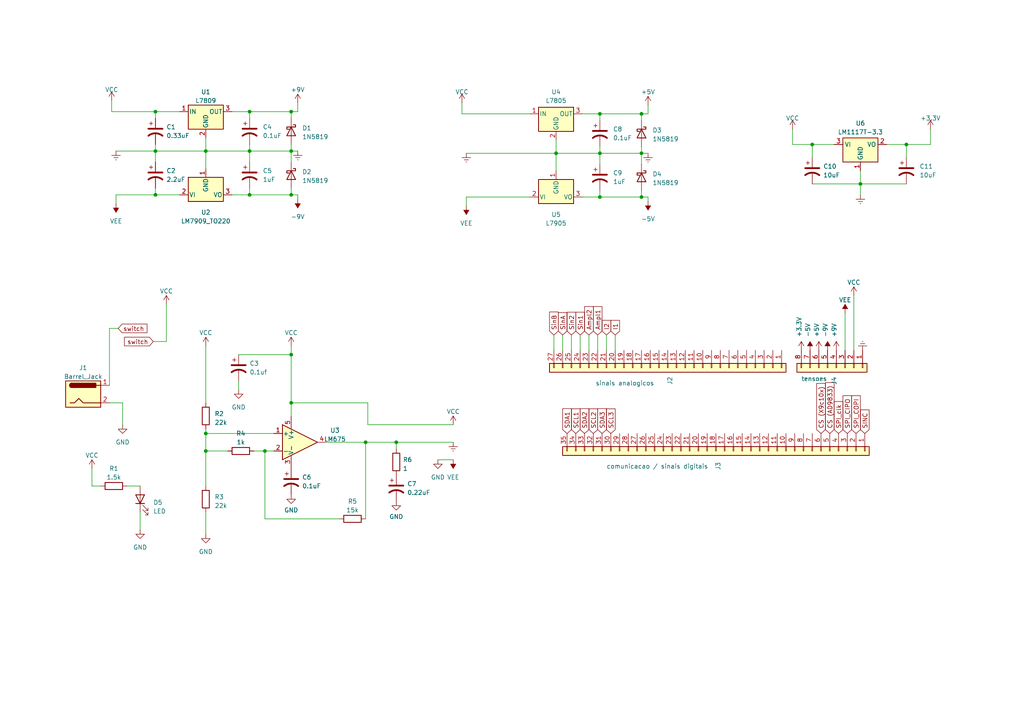
<source format=kicad_sch>
(kicad_sch (version 20230121) (generator eeschema)
  (paper "A4")
  (title_block (title "Fonte de tensao LM675") (date "2023-04-11") (rev "v03") (company "EITduino") (comment 1 "Autor: Gustavo Pinheiro") (comment 2 "reguladores: usar capacitores de tantalo") (comment 3 "Chave gangorra kcd1 no lugar do botao para acionamento"))
  (lib_symbols
    (symbol "Amplifier_Operational:LM675" (pin_names (offset 0.127))
      (property "Reference" "U" (at 0 7.62 0))
      (property "Value" "LM675" (at 0 5.08 0))
      (symbol "LM675_0_1"
        (polyline (pts (xy -5.08 5.08) (xy 5.08 0) (xy -5.08 -5.08) (xy -5.08 5.08)) (stroke (width 0.254)) (fill (type background)))
      )
      (symbol "LM675_1_1"
        (pin input line (at -7.62 2.54 0) (length 2.54) (name "+") (number "1"))
        (pin input line (at -7.62 -2.54 0) (length 2.54) (name "-") (number "2"))
        (pin power_in line (at -2.54 -7.62 90) (length 3.81) (name "V-") (number "3"))
        (pin output line (at 7.62 0 180) (length 2.54) (name "~") (number "4"))
        (pin power_in line (at -2.54 7.62 270) (length 3.81) (name "V+") (number "5"))
      )
    )
    (symbol "Connector:Barrel_Jack" (pin_names (offset 1.016))
      (property "Reference" "J" (at 0 5.334 0))
      (property "Value" "Barrel_Jack" (at 0 -5.08 0))
      (symbol "Barrel_Jack_0_1"
        (rectangle (start -5.08 3.81) (end 5.08 -3.81) (stroke (width 0.254)) (fill (type background)))
        (arc (start -3.302 3.175) (mid -3.9343 2.54) (end -3.302 1.905) (stroke (width 0.254)))
        (arc (start -3.302 3.175) (mid -3.9343 2.54) (end -3.302 1.905) (stroke (width 0.254)) (fill (type outline)))
        (polyline (pts (xy 5.08 2.54) (xy 3.81 2.54)) (stroke (width 0.254)))
        (polyline (pts (xy -3.81 -2.54) (xy -2.54 -2.54) (xy -1.27 -1.27) (xy 0 -2.54) (xy 2.54 -2.54) (xy 5.08 -2.54)) (stroke (width 0.254)))
        (rectangle (start 3.683 3.175) (end -3.302 1.905) (stroke (width 0.254)) (fill (type outline)))
      )
      (symbol "Barrel_Jack_1_1"
        (pin passive line (at 7.62 2.54 180) (length 2.54) (name "~") (number "1"))
        (pin passive line (at 7.62 -2.54 180) (length 2.54) (name "~") (number "2"))
      )
    )
    (symbol "Connector_Generic:Conn_01x08" (pin_names (offset 1.016) hide)
      (property "Reference" "J" (at 0 10.16 0))
      (property "Value" "Conn_01x08" (at 0 -12.7 0))
      (symbol "Conn_01x08_1_1"
        (rectangle (start -1.27 -10.033) (end 0 -10.287) (stroke (width 0.1524)))
        (rectangle (start -1.27 -7.493) (end 0 -7.747) (stroke (width 0.1524)))
        (rectangle (start -1.27 -4.953) (end 0 -5.207) (stroke (width 0.1524)))
        (rectangle (start -1.27 -2.413) (end 0 -2.667) (stroke (width 0.1524)))
        (rectangle (start -1.27 0.127) (end 0 -0.127) (stroke (width 0.1524)))
        (rectangle (start -1.27 2.667) (end 0 2.413) (stroke (width 0.1524)))
        (rectangle (start -1.27 5.207) (end 0 4.953) (stroke (width 0.1524)))
        (rectangle (start -1.27 7.747) (end 0 7.493) (stroke (width 0.1524)))
        (rectangle (start -1.27 8.89) (end 1.27 -11.43) (stroke (width 0.254)) (fill (type background)))
        (pin passive line (at -5.08 7.62 0) (length 3.81) (name "Pin_1") (number "1"))
        (pin passive line (at -5.08 5.08 0) (length 3.81) (name "Pin_2") (number "2"))
        (pin passive line (at -5.08 2.54 0) (length 3.81) (name "Pin_3") (number "3"))
        (pin passive line (at -5.08 0 0) (length 3.81) (name "Pin_4") (number "4"))
        (pin passive line (at -5.08 -2.54 0) (length 3.81) (name "Pin_5") (number "5"))
        (pin passive line (at -5.08 -5.08 0) (length 3.81) (name "Pin_6") (number "6"))
        (pin passive line (at -5.08 -7.62 0) (length 3.81) (name "Pin_7") (number "7"))
        (pin passive line (at -5.08 -10.16 0) (length 3.81) (name "Pin_8") (number "8"))
      )
    )
    (symbol "Connector_Generic:Conn_01x27" (pin_names (offset 1.016) hide)
      (property "Reference" "J" (at 0 35.56 0))
      (property "Value" "Conn_01x27" (at 0 -35.56 0))
      (symbol "Conn_01x27_1_1"
        (rectangle (start -1.27 -32.893) (end 0 -33.147) (stroke (width 0.1524)))
        (rectangle (start -1.27 -30.353) (end 0 -30.607) (stroke (width 0.1524)))
        (rectangle (start -1.27 -27.813) (end 0 -28.067) (stroke (width 0.1524)))
        (rectangle (start -1.27 -25.273) (end 0 -25.527) (stroke (width 0.1524)))
        (rectangle (start -1.27 -22.733) (end 0 -22.987) (stroke (width 0.1524)))
        (rectangle (start -1.27 -20.193) (end 0 -20.447) (stroke (width 0.1524)))
        (rectangle (start -1.27 -17.653) (end 0 -17.907) (stroke (width 0.1524)))
        (rectangle (start -1.27 -15.113) (end 0 -15.367) (stroke (width 0.1524)))
        (rectangle (start -1.27 -12.573) (end 0 -12.827) (stroke (width 0.1524)))
        (rectangle (start -1.27 -10.033) (end 0 -10.287) (stroke (width 0.1524)))
        (rectangle (start -1.27 -7.493) (end 0 -7.747) (stroke (width 0.1524)))
        (rectangle (start -1.27 -4.953) (end 0 -5.207) (stroke (width 0.1524)))
        (rectangle (start -1.27 -2.413) (end 0 -2.667) (stroke (width 0.1524)))
        (rectangle (start -1.27 0.127) (end 0 -0.127) (stroke (width 0.1524)))
        (rectangle (start -1.27 2.667) (end 0 2.413) (stroke (width 0.1524)))
        (rectangle (start -1.27 5.207) (end 0 4.953) (stroke (width 0.1524)))
        (rectangle (start -1.27 7.747) (end 0 7.493) (stroke (width 0.1524)))
        (rectangle (start -1.27 10.287) (end 0 10.033) (stroke (width 0.1524)))
        (rectangle (start -1.27 12.827) (end 0 12.573) (stroke (width 0.1524)))
        (rectangle (start -1.27 15.367) (end 0 15.113) (stroke (width 0.1524)))
        (rectangle (start -1.27 17.907) (end 0 17.653) (stroke (width 0.1524)))
        (rectangle (start -1.27 20.447) (end 0 20.193) (stroke (width 0.1524)))
        (rectangle (start -1.27 22.987) (end 0 22.733) (stroke (width 0.1524)))
        (rectangle (start -1.27 25.527) (end 0 25.273) (stroke (width 0.1524)))
        (rectangle (start -1.27 28.067) (end 0 27.813) (stroke (width 0.1524)))
        (rectangle (start -1.27 30.607) (end 0 30.353) (stroke (width 0.1524)))
        (rectangle (start -1.27 33.147) (end 0 32.893) (stroke (width 0.1524)))
        (rectangle (start -1.27 34.29) (end 1.27 -34.29) (stroke (width 0.254)) (fill (type background)))
        (pin passive line (at -5.08 33.02 0) (length 3.81) (name "Pin_1") (number "1"))
        (pin passive line (at -5.08 10.16 0) (length 3.81) (name "Pin_10") (number "10"))
        (pin passive line (at -5.08 7.62 0) (length 3.81) (name "Pin_11") (number "11"))
        (pin passive line (at -5.08 5.08 0) (length 3.81) (name "Pin_12") (number "12"))
        (pin passive line (at -5.08 2.54 0) (length 3.81) (name "Pin_13") (number "13"))
        (pin passive line (at -5.08 0 0) (length 3.81) (name "Pin_14") (number "14"))
        (pin passive line (at -5.08 -2.54 0) (length 3.81) (name "Pin_15") (number "15"))
        (pin passive line (at -5.08 -5.08 0) (length 3.81) (name "Pin_16") (number "16"))
        (pin passive line (at -5.08 -7.62 0) (length 3.81) (name "Pin_17") (number "17"))
        (pin passive line (at -5.08 -10.16 0) (length 3.81) (name "Pin_18") (number "18"))
        (pin passive line (at -5.08 -12.7 0) (length 3.81) (name "Pin_19") (number "19"))
        (pin passive line (at -5.08 30.48 0) (length 3.81) (name "Pin_2") (number "2"))
        (pin passive line (at -5.08 -15.24 0) (length 3.81) (name "Pin_20") (number "20"))
        (pin passive line (at -5.08 -17.78 0) (length 3.81) (name "Pin_21") (number "21"))
        (pin passive line (at -5.08 -20.32 0) (length 3.81) (name "Pin_22") (number "22"))
        (pin passive line (at -5.08 -22.86 0) (length 3.81) (name "Pin_23") (number "23"))
        (pin passive line (at -5.08 -25.4 0) (length 3.81) (name "Pin_24") (number "24"))
        (pin passive line (at -5.08 -27.94 0) (length 3.81) (name "Pin_25") (number "25"))
        (pin passive line (at -5.08 -30.48 0) (length 3.81) (name "Pin_26") (number "26"))
        (pin passive line (at -5.08 -33.02 0) (length 3.81) (name "Pin_27") (number "27"))
        (pin passive line (at -5.08 27.94 0) (length 3.81) (name "Pin_3") (number "3"))
        (pin passive line (at -5.08 25.4 0) (length 3.81) (name "Pin_4") (number "4"))
        (pin passive line (at -5.08 22.86 0) (length 3.81) (name "Pin_5") (number "5"))
        (pin passive line (at -5.08 20.32 0) (length 3.81) (name "Pin_6") (number "6"))
        (pin passive line (at -5.08 17.78 0) (length 3.81) (name "Pin_7") (number "7"))
        (pin passive line (at -5.08 15.24 0) (length 3.81) (name "Pin_8") (number "8"))
        (pin passive line (at -5.08 12.7 0) (length 3.81) (name "Pin_9") (number "9"))
      )
    )
    (symbol "Connector_Generic:Conn_01x35" (pin_names (offset 1.016) hide)
      (property "Reference" "J" (at 0 45.72 0))
      (property "Value" "Conn_01x35" (at 0 -45.72 0))
      (symbol "Conn_01x35_1_1"
        (rectangle (start -1.27 -43.053) (end 0 -43.307) (stroke (width 0.1524)))
        (rectangle (start -1.27 -40.513) (end 0 -40.767) (stroke (width 0.1524)))
        (rectangle (start -1.27 -37.973) (end 0 -38.227) (stroke (width 0.1524)))
        (rectangle (start -1.27 -35.433) (end 0 -35.687) (stroke (width 0.1524)))
        (rectangle (start -1.27 -32.893) (end 0 -33.147) (stroke (width 0.1524)))
        (rectangle (start -1.27 -30.353) (end 0 -30.607) (stroke (width 0.1524)))
        (rectangle (start -1.27 -27.813) (end 0 -28.067) (stroke (width 0.1524)))
        (rectangle (start -1.27 -25.273) (end 0 -25.527) (stroke (width 0.1524)))
        (rectangle (start -1.27 -22.733) (end 0 -22.987) (stroke (width 0.1524)))
        (rectangle (start -1.27 -20.193) (end 0 -20.447) (stroke (width 0.1524)))
        (rectangle (start -1.27 -17.653) (end 0 -17.907) (stroke (width 0.1524)))
        (rectangle (start -1.27 -15.113) (end 0 -15.367) (stroke (width 0.1524)))
        (rectangle (start -1.27 -12.573) (end 0 -12.827) (stroke (width 0.1524)))
        (rectangle (start -1.27 -10.033) (end 0 -10.287) (stroke (width 0.1524)))
        (rectangle (start -1.27 -7.493) (end 0 -7.747) (stroke (width 0.1524)))
        (rectangle (start -1.27 -4.953) (end 0 -5.207) (stroke (width 0.1524)))
        (rectangle (start -1.27 -2.413) (end 0 -2.667) (stroke (width 0.1524)))
        (rectangle (start -1.27 0.127) (end 0 -0.127) (stroke (width 0.1524)))
        (rectangle (start -1.27 2.667) (end 0 2.413) (stroke (width 0.1524)))
        (rectangle (start -1.27 5.207) (end 0 4.953) (stroke (width 0.1524)))
        (rectangle (start -1.27 7.747) (end 0 7.493) (stroke (width 0.1524)))
        (rectangle (start -1.27 10.287) (end 0 10.033) (stroke (width 0.1524)))
        (rectangle (start -1.27 12.827) (end 0 12.573) (stroke (width 0.1524)))
        (rectangle (start -1.27 15.367) (end 0 15.113) (stroke (width 0.1524)))
        (rectangle (start -1.27 17.907) (end 0 17.653) (stroke (width 0.1524)))
        (rectangle (start -1.27 20.447) (end 0 20.193) (stroke (width 0.1524)))
        (rectangle (start -1.27 22.987) (end 0 22.733) (stroke (width 0.1524)))
        (rectangle (start -1.27 25.527) (end 0 25.273) (stroke (width 0.1524)))
        (rectangle (start -1.27 28.067) (end 0 27.813) (stroke (width 0.1524)))
        (rectangle (start -1.27 30.607) (end 0 30.353) (stroke (width 0.1524)))
        (rectangle (start -1.27 33.147) (end 0 32.893) (stroke (width 0.1524)))
        (rectangle (start -1.27 35.687) (end 0 35.433) (stroke (width 0.1524)))
        (rectangle (start -1.27 38.227) (end 0 37.973) (stroke (width 0.1524)))
        (rectangle (start -1.27 40.767) (end 0 40.513) (stroke (width 0.1524)))
        (rectangle (start -1.27 43.307) (end 0 43.053) (stroke (width 0.1524)))
        (rectangle (start -1.27 44.45) (end 1.27 -44.45) (stroke (width 0.254)) (fill (type background)))
        (pin passive line (at -5.08 43.18 0) (length 3.81) (name "Pin_1") (number "1"))
        (pin passive line (at -5.08 20.32 0) (length 3.81) (name "Pin_10") (number "10"))
        (pin passive line (at -5.08 17.78 0) (length 3.81) (name "Pin_11") (number "11"))
        (pin passive line (at -5.08 15.24 0) (length 3.81) (name "Pin_12") (number "12"))
        (pin passive line (at -5.08 12.7 0) (length 3.81) (name "Pin_13") (number "13"))
        (pin passive line (at -5.08 10.16 0) (length 3.81) (name "Pin_14") (number "14"))
        (pin passive line (at -5.08 7.62 0) (length 3.81) (name "Pin_15") (number "15"))
        (pin passive line (at -5.08 5.08 0) (length 3.81) (name "Pin_16") (number "16"))
        (pin passive line (at -5.08 2.54 0) (length 3.81) (name "Pin_17") (number "17"))
        (pin passive line (at -5.08 0 0) (length 3.81) (name "Pin_18") (number "18"))
        (pin passive line (at -5.08 -2.54 0) (length 3.81) (name "Pin_19") (number "19"))
        (pin passive line (at -5.08 40.64 0) (length 3.81) (name "Pin_2") (number "2"))
        (pin passive line (at -5.08 -5.08 0) (length 3.81) (name "Pin_20") (number "20"))
        (pin passive line (at -5.08 -7.62 0) (length 3.81) (name "Pin_21") (number "21"))
        (pin passive line (at -5.08 -10.16 0) (length 3.81) (name "Pin_22") (number "22"))
        (pin passive line (at -5.08 -12.7 0) (length 3.81) (name "Pin_23") (number "23"))
        (pin passive line (at -5.08 -15.24 0) (length 3.81) (name "Pin_24") (number "24"))
        (pin passive line (at -5.08 -17.78 0) (length 3.81) (name "Pin_25") (number "25"))
        (pin passive line (at -5.08 -20.32 0) (length 3.81) (name "Pin_26") (number "26"))
        (pin passive line (at -5.08 -22.86 0) (length 3.81) (name "Pin_27") (number "27"))
        (pin passive line (at -5.08 -25.4 0) (length 3.81) (name "Pin_28") (number "28"))
        (pin passive line (at -5.08 -27.94 0) (length 3.81) (name "Pin_29") (number "29"))
        (pin passive line (at -5.08 38.1 0) (length 3.81) (name "Pin_3") (number "3"))
        (pin passive line (at -5.08 -30.48 0) (length 3.81) (name "Pin_30") (number "30"))
        (pin passive line (at -5.08 -33.02 0) (length 3.81) (name "Pin_31") (number "31"))
        (pin passive line (at -5.08 -35.56 0) (length 3.81) (name "Pin_32") (number "32"))
        (pin passive line (at -5.08 -38.1 0) (length 3.81) (name "Pin_33") (number "33"))
        (pin passive line (at -5.08 -40.64 0) (length 3.81) (name "Pin_34") (number "34"))
        (pin passive line (at -5.08 -43.18 0) (length 3.81) (name "Pin_35") (number "35"))
        (pin passive line (at -5.08 35.56 0) (length 3.81) (name "Pin_4") (number "4"))
        (pin passive line (at -5.08 33.02 0) (length 3.81) (name "Pin_5") (number "5"))
        (pin passive line (at -5.08 30.48 0) (length 3.81) (name "Pin_6") (number "6"))
        (pin passive line (at -5.08 27.94 0) (length 3.81) (name "Pin_7") (number "7"))
        (pin passive line (at -5.08 25.4 0) (length 3.81) (name "Pin_8") (number "8"))
        (pin passive line (at -5.08 22.86 0) (length 3.81) (name "Pin_9") (number "9"))
      )
    )
    (symbol "Device:C_Polarized_US" (pin_numbers hide) (pin_names (offset 0.254) hide)
      (property "Reference" "C" (at 0.635 2.54 0))
      (property "Value" "C_Polarized_US" (at 0.635 -2.54 0))
      (symbol "C_Polarized_US_0_1"
        (polyline (pts (xy -2.032 0.762) (xy 2.032 0.762)) (stroke (width 0.508)))
        (polyline (pts (xy -1.778 2.286) (xy -0.762 2.286)))
        (polyline (pts (xy -1.27 1.778) (xy -1.27 2.794)))
        (arc (start 2.032 -1.27) (mid 0 -0.5572) (end -2.032 -1.27) (stroke (width 0.508)))
      )
      (symbol "C_Polarized_US_1_1"
        (pin passive line (at 0 3.81 270) (length 2.794) (name "~") (number "1"))
        (pin passive line (at 0 -3.81 90) (length 3.302) (name "~") (number "2"))
      )
    )
    (symbol "Device:LED" (pin_numbers hide) (pin_names (offset 1.016) hide)
      (property "Reference" "D" (at 0 2.54 0))
      (property "Value" "LED" (at 0 -2.54 0))
      (symbol "LED_0_1"
        (polyline (pts (xy -1.27 -1.27) (xy -1.27 1.27)) (stroke (width 0.254)))
        (polyline (pts (xy -1.27 0) (xy 1.27 0)))
        (polyline (pts (xy 1.27 -1.27) (xy 1.27 1.27) (xy -1.27 0) (xy 1.27 -1.27)) (stroke (width 0.254)))
        (polyline (pts (xy -3.048 -0.762) (xy -4.572 -2.286) (xy -3.81 -2.286) (xy -4.572 -2.286) (xy -4.572 -1.524)))
        (polyline (pts (xy -1.778 -0.762) (xy -3.302 -2.286) (xy -2.54 -2.286) (xy -3.302 -2.286) (xy -3.302 -1.524)))
      )
      (symbol "LED_1_1"
        (pin passive line (at -3.81 0 0) (length 2.54) (name "K") (number "1"))
        (pin passive line (at 3.81 0 180) (length 2.54) (name "A") (number "2"))
      )
    )
    (symbol "Device:R" (pin_numbers hide) (pin_names (offset 0))
      (property "Reference" "R" (at 2.032 0 90))
      (property "Value" "R" (at 0 0 90))
      (symbol "R_0_1"
        (rectangle (start -1.016 -2.54) (end 1.016 2.54) (stroke (width 0.254)))
      )
      (symbol "R_1_1"
        (pin passive line (at 0 3.81 270) (length 1.27) (name "~") (number "1"))
        (pin passive line (at 0 -3.81 90) (length 1.27) (name "~") (number "2"))
      )
    )
    (symbol "Diode:1N5819" (pin_numbers hide) (pin_names (offset 1.016) hide)
      (property "Reference" "D" (at 0 2.54 0))
      (property "Value" "1N5819" (at 0 -2.54 0))
      (symbol "1N5819_0_1"
        (polyline (pts (xy 1.27 0) (xy -1.27 0)))
        (polyline (pts (xy 1.27 1.27) (xy 1.27 -1.27) (xy -1.27 0) (xy 1.27 1.27)) (stroke (width 0.254)))
        (polyline (pts (xy -1.905 0.635) (xy -1.905 1.27) (xy -1.27 1.27) (xy -1.27 -1.27) (xy -0.635 -1.27) (xy -0.635 -0.635)) (stroke (width 0.254)))
      )
      (symbol "1N5819_1_1"
        (pin passive line (at -3.81 0 0) (length 2.54) (name "K") (number "1"))
        (pin passive line (at 3.81 0 180) (length 2.54) (name "A") (number "2"))
      )
    )
    (symbol "GND_1" (power) (pin_names (offset 0))
      (property "Value" "GND_1" (at 0 -3.81 0))
      (symbol "GND_1_0_1"
        (polyline (pts (xy 0 0) (xy 0 -1.27) (xy 1.27 -1.27) (xy 0 -2.54) (xy -1.27 -1.27) (xy 0 -1.27)))
      )
      (symbol "GND_1_1_1"
        (pin power_in line (at 0 0 270) (length 0) hide (name "GND") (number "1"))
      )
    )
    (symbol "Regulator_Linear:L7805" (pin_names (offset 0.254))
      (property "Reference" "U" (at -3.81 3.175 0))
      (property "Value" "L7805" (at 0 3.175 0))
      (symbol "L7805_0_1"
        (rectangle (start -5.08 1.905) (end 5.08 -5.08) (stroke (width 0.254)) (fill (type background)))
      )
      (symbol "L7805_1_1"
        (pin power_in line (at -7.62 0 0) (length 2.54) (name "IN") (number "1"))
        (pin power_in line (at 0 -7.62 90) (length 2.54) (name "GND") (number "2"))
        (pin power_out line (at 7.62 0 180) (length 2.54) (name "OUT") (number "3"))
      )
    )
    (symbol "Regulator_Linear:L7809" (pin_names (offset 0.254))
      (property "Reference" "U" (at -3.81 3.175 0))
      (property "Value" "L7809" (at 0 3.175 0))
      (symbol "L7809_0_1"
        (rectangle (start -5.08 1.905) (end 5.08 -5.08) (stroke (width 0.254)) (fill (type background)))
      )
      (symbol "L7809_1_1"
        (pin power_in line (at -7.62 0 0) (length 2.54) (name "IN") (number "1"))
        (pin power_in line (at 0 -7.62 90) (length 2.54) (name "GND") (number "2"))
        (pin power_out line (at 7.62 0 180) (length 2.54) (name "OUT") (number "3"))
      )
    )
    (symbol "Regulator_Linear:L7905" (pin_names (offset 0.254))
      (property "Reference" "U" (at -3.81 -3.175 0))
      (property "Value" "L7905" (at 0 -3.175 0))
      (symbol "L7905_0_1"
        (rectangle (start -5.08 5.08) (end 5.08 -1.905) (stroke (width 0.254)) (fill (type background)))
      )
      (symbol "L7905_1_1"
        (pin power_in line (at 0 7.62 270) (length 2.54) (name "GND") (number "1"))
        (pin power_in line (at -7.62 0 0) (length 2.54) (name "VI") (number "2"))
        (pin power_out line (at 7.62 0 180) (length 2.54) (name "VO") (number "3"))
      )
    )
    (symbol "Regulator_Linear:LM1117T-3.3"
      (property "Reference" "U" (at -3.81 3.175 0))
      (property "Value" "LM1117T-3.3" (at 0 3.175 0))
      (symbol "LM1117T-3.3_0_1"
        (rectangle (start -5.08 -5.08) (end 5.08 1.905) (stroke (width 0.254)) (fill (type background)))
      )
      (symbol "LM1117T-3.3_1_1"
        (pin power_in line (at 0 -7.62 90) (length 2.54) (name "GND") (number "1"))
        (pin power_out line (at 7.62 0 180) (length 2.54) (name "VO") (number "2"))
        (pin power_in line (at -7.62 0 0) (length 2.54) (name "VI") (number "3"))
      )
    )
    (symbol "Regulator_Linear:LM7909_TO220" (pin_names (offset 0.254))
      (property "Reference" "U" (at -3.81 -3.175 0))
      (property "Value" "LM7909_TO220" (at 0 -3.175 0))
      (symbol "LM7909_TO220_0_1"
        (rectangle (start -5.08 5.08) (end 5.08 -1.905) (stroke (width 0.254)) (fill (type background)))
      )
      (symbol "LM7909_TO220_1_1"
        (pin power_in line (at 0 7.62 270) (length 2.54) (name "GND") (number "1"))
        (pin power_in line (at -7.62 0 0) (length 2.54) (name "VI") (number "2"))
        (pin power_out line (at 7.62 0 180) (length 2.54) (name "VO") (number "3"))
      )
    )
    (symbol "VCC_1" (power) (pin_names (offset 0))
      (property "Value" "VCC_1" (at 0 3.81 0))
      (symbol "VCC_1_0_1"
        (polyline (pts (xy -0.762 1.27) (xy 0 2.54)))
        (polyline (pts (xy 0 0) (xy 0 2.54)))
        (polyline (pts (xy 0 2.54) (xy 0.762 1.27)))
      )
      (symbol "VCC_1_1_1"
        (pin power_in line (at 0 0 90) (length 0) hide (name "VCC") (number "1"))
      )
    )
    (symbol "power:+3.3V" (power) (pin_names (offset 0))
      (property "Value" "+3.3V" (at 0 3.556 0))
      (symbol "+3.3V_0_1"
        (polyline (pts (xy -0.762 1.27) (xy 0 2.54)))
        (polyline (pts (xy 0 0) (xy 0 2.54)))
        (polyline (pts (xy 0 2.54) (xy 0.762 1.27)))
      )
      (symbol "+3.3V_1_1"
        (pin power_in line (at 0 0 90) (length 0) hide (name "+3.3V") (number "1"))
      )
    )
    (symbol "power:+5V" (power) (pin_names (offset 0))
      (property "Value" "+5V" (at 0 3.556 0))
      (symbol "+5V_0_1"
        (polyline (pts (xy -0.762 1.27) (xy 0 2.54)))
        (polyline (pts (xy 0 0) (xy 0 2.54)))
        (polyline (pts (xy 0 2.54) (xy 0.762 1.27)))
      )
      (symbol "+5V_1_1"
        (pin power_in line (at 0 0 90) (length 0) hide (name "+5V") (number "1"))
      )
    )
    (symbol "power:+9V" (power) (pin_names (offset 0))
      (property "Value" "+9V" (at 0 3.556 0))
      (symbol "+9V_0_1"
        (polyline (pts (xy -0.762 1.27) (xy 0 2.54)))
        (polyline (pts (xy 0 0) (xy 0 2.54)))
        (polyline (pts (xy 0 2.54) (xy 0.762 1.27)))
      )
      (symbol "+9V_1_1"
        (pin power_in line (at 0 0 90) (length 0) hide (name "+9V") (number "1"))
      )
    )
    (symbol "power:-5V" (power) (pin_names (offset 0))
      (property "Value" "-5V" (at 0 3.81 0))
      (symbol "-5V_0_0"
        (pin power_in line (at 0 0 90) (length 0) hide (name "-5V") (number "1"))
      )
      (symbol "-5V_0_1"
        (polyline (pts (xy 0 0) (xy 0 1.27) (xy 0.762 1.27) (xy 0 2.54) (xy -0.762 1.27) (xy 0 1.27)) (fill (type outline)))
      )
    )
    (symbol "power:-9V" (power) (pin_names (offset 0))
      (property "Value" "-9V" (at 0 3.81 0))
      (symbol "-9V_0_1"
        (polyline (pts (xy 0 0) (xy 0 2.54)))
        (polyline (pts (xy 0.762 1.27) (xy -0.762 1.27) (xy 0 2.54) (xy 0.762 1.27)) (fill (type outline)))
      )
      (symbol "-9V_1_1"
        (pin power_in line (at 0 0 90) (length 0) hide (name "-9V") (number "1"))
      )
    )
    (symbol "power:Earth" (power) (pin_names (offset 0))
      (symbol "Earth_0_1"
        (polyline (pts (xy -0.635 -1.905) (xy 0.635 -1.905)))
        (polyline (pts (xy -0.127 -2.54) (xy 0.127 -2.54)))
        (polyline (pts (xy 0 -1.27) (xy 0 0)))
        (polyline (pts (xy 1.27 -1.27) (xy -1.27 -1.27)))
      )
      (symbol "Earth_1_1"
        (pin power_in line (at 0 0 270) (length 0) hide (name "Earth") (number "1"))
      )
    )
    (symbol "power:GND" (power) (pin_names (offset 0))
      (property "Value" "GND" (at 0 -3.81 0))
      (symbol "GND_0_1"
        (polyline (pts (xy 0 0) (xy 0 -1.27) (xy 1.27 -1.27) (xy 0 -2.54) (xy -1.27 -1.27) (xy 0 -1.27)))
      )
      (symbol "GND_1_1"
        (pin power_in line (at 0 0 270) (length 0) hide (name "GND") (number "1"))
      )
    )
    (symbol "power:VCC" (power) (pin_names (offset 0))
      (property "Value" "VCC" (at 0 3.81 0))
      (symbol "VCC_0_1"
        (polyline (pts (xy -0.762 1.27) (xy 0 2.54)))
        (polyline (pts (xy 0 0) (xy 0 2.54)))
        (polyline (pts (xy 0 2.54) (xy 0.762 1.27)))
      )
      (symbol "VCC_1_1"
        (pin power_in line (at 0 0 90) (length 0) hide (name "VCC") (number "1"))
      )
    )
    (symbol "power:VEE" (power) (pin_names (offset 0))
      (property "Value" "VEE" (at 0 3.81 0))
      (symbol "VEE_0_1"
        (polyline (pts (xy 0 0) (xy 0 2.54)))
        (polyline (pts (xy 0.762 1.27) (xy -0.762 1.27) (xy 0 2.54) (xy 0.762 1.27)) (fill (type outline)))
      )
      (symbol "VEE_1_1"
        (pin power_in line (at 0 0 90) (length 0) hide (name "VEE") (number "1"))
      )
    )
  )
  (junction (at 173.99 57.15))
  (junction (at 84.455 32.385))
  (junction (at 45.085 32.385))
  (junction (at 59.69 43.815))
  (junction (at 84.455 116.84))
  (junction (at 186.055 33.02))
  (junction (at 173.99 44.45))
  (junction (at 235.585 41.91))
  (junction (at 84.455 102.87))
  (junction (at 186.055 44.45))
  (junction (at 173.99 33.02))
  (junction (at 84.455 43.815))
  (junction (at 72.39 56.515))
  (junction (at 59.69 125.73))
  (junction (at 114.935 128.27))
  (junction (at 186.055 57.15))
  (junction (at 45.085 43.815))
  (junction (at 249.555 53.34))
  (junction (at 84.455 56.515))
  (junction (at 72.39 32.385))
  (junction (at 59.69 130.81))
  (junction (at 262.89 41.91))
  (junction (at 161.29 44.45))
  (junction (at 76.835 130.81))
  (junction (at 72.39 43.815))
  (junction (at 106.045 128.27))
  (junction (at 45.085 56.515))
  (wire (pts (xy 76.835 150.495) (xy 76.835 130.81)))
  (wire (pts (xy 269.875 41.91) (xy 262.89 41.91)))
  (wire (pts (xy 32.385 29.21) (xy 32.385 32.385)))
  (wire (pts (xy 245.11 90.805) (xy 245.11 101.6)))
  (wire (pts (xy 84.455 116.84) (xy 84.455 120.65)))
  (wire (pts (xy 175.895 97.155) (xy 175.895 101.6)))
  (wire (pts (xy 48.26 88.265) (xy 48.26 99.06)))
  (wire (pts (xy 235.585 41.91) (xy 241.935 41.91)))
  (wire (pts (xy 229.87 41.91) (xy 235.585 41.91)))
  (wire (pts (xy 163.195 97.155) (xy 163.195 101.6)))
  (wire (pts (xy 45.085 32.385) (xy 52.07 32.385)))
  (wire (pts (xy 40.64 148.59) (xy 40.64 153.67)))
  (wire (pts (xy 69.215 110.49) (xy 69.215 113.03)))
  (wire (pts (xy 69.215 102.87) (xy 84.455 102.87)))
  (wire (pts (xy 33.655 56.515) (xy 45.085 56.515)))
  (wire (pts (xy 76.835 130.81) (xy 79.375 130.81)))
  (wire (pts (xy 33.655 59.055) (xy 33.655 56.515)))
  (wire (pts (xy 84.455 32.385) (xy 86.36 32.385)))
  (wire (pts (xy 59.69 40.005) (xy 59.69 43.815)))
  (wire (pts (xy 114.935 128.27) (xy 131.445 128.27)))
  (wire (pts (xy 45.085 34.29) (xy 45.085 32.385)))
  (wire (pts (xy 173.99 42.545) (xy 173.99 44.45)))
  (wire (pts (xy 133.985 33.02) (xy 153.67 33.02)))
  (wire (pts (xy 186.055 33.02) (xy 187.96 33.02)))
  (wire (pts (xy 26.67 140.97) (xy 29.21 140.97)))
  (wire (pts (xy 133.985 29.845) (xy 133.985 33.02)))
  (wire (pts (xy 173.99 44.45) (xy 186.055 44.45)))
  (wire (pts (xy 84.455 54.61) (xy 84.455 56.515)))
  (wire (pts (xy 168.91 33.02) (xy 173.99 33.02)))
  (wire (pts (xy 34.29 95.25) (xy 31.75 95.25)))
  (wire (pts (xy 135.255 44.45) (xy 161.29 44.45)))
  (wire (pts (xy 186.055 57.15) (xy 187.96 57.15)))
  (wire (pts (xy 114.935 128.27) (xy 114.935 130.175)))
  (wire (pts (xy 135.255 57.15) (xy 153.67 57.15)))
  (wire (pts (xy 106.68 123.19) (xy 106.68 116.84)))
  (wire (pts (xy 84.455 43.815) (xy 86.36 43.815)))
  (wire (pts (xy 59.69 124.46) (xy 59.69 125.73)))
  (wire (pts (xy 262.89 41.91) (xy 262.89 45.72)))
  (wire (pts (xy 173.99 33.02) (xy 173.99 34.925)))
  (wire (pts (xy 84.455 32.385) (xy 84.455 34.29)))
  (wire (pts (xy 173.99 33.02) (xy 186.055 33.02)))
  (wire (pts (xy 35.56 116.84) (xy 35.56 123.19)))
  (wire (pts (xy 173.99 57.15) (xy 186.055 57.15)))
  (wire (pts (xy 45.085 54.61) (xy 45.085 56.515)))
  (wire (pts (xy 127 133.35) (xy 131.445 133.35)))
  (wire (pts (xy 84.455 56.515) (xy 86.36 56.515)))
  (wire (pts (xy 168.275 97.155) (xy 168.275 101.6)))
  (wire (pts (xy 67.31 32.385) (xy 72.39 32.385)))
  (wire (pts (xy 106.045 128.27) (xy 106.045 150.495)))
  (wire (pts (xy 229.87 37.465) (xy 229.87 41.91)))
  (wire (pts (xy 84.455 41.91) (xy 84.455 43.815)))
  (wire (pts (xy 72.39 43.815) (xy 84.455 43.815)))
  (wire (pts (xy 59.69 43.815) (xy 72.39 43.815)))
  (wire (pts (xy 235.585 53.34) (xy 249.555 53.34)))
  (wire (pts (xy 186.055 42.545) (xy 186.055 44.45)))
  (wire (pts (xy 186.055 33.02) (xy 186.055 34.925)))
  (wire (pts (xy 187.96 57.15) (xy 187.96 58.42)))
  (wire (pts (xy 48.26 99.06) (xy 44.45 99.06)))
  (wire (pts (xy 26.67 135.89) (xy 26.67 140.97)))
  (wire (pts (xy 72.39 56.515) (xy 84.455 56.515)))
  (wire (pts (xy 59.69 125.73) (xy 79.375 125.73)))
  (wire (pts (xy 36.83 140.97) (xy 40.64 140.97)))
  (wire (pts (xy 178.435 97.155) (xy 178.435 101.6)))
  (wire (pts (xy 173.99 44.45) (xy 173.99 47.625)))
  (wire (pts (xy 249.555 53.34) (xy 249.555 56.515)))
  (wire (pts (xy 186.055 44.45) (xy 187.96 44.45)))
  (wire (pts (xy 45.085 43.815) (xy 59.69 43.815)))
  (wire (pts (xy 84.455 100.33) (xy 84.455 102.87)))
  (wire (pts (xy 168.91 57.15) (xy 173.99 57.15)))
  (wire (pts (xy 98.425 150.495) (xy 76.835 150.495)))
  (wire (pts (xy 161.29 40.64) (xy 161.29 44.45)))
  (wire (pts (xy 45.085 41.91) (xy 45.085 43.815)))
  (wire (pts (xy 106.045 128.27) (xy 114.935 128.27)))
  (wire (pts (xy 161.29 44.45) (xy 173.99 44.45)))
  (wire (pts (xy 84.455 43.815) (xy 84.455 46.99)))
  (wire (pts (xy 186.055 44.45) (xy 186.055 47.625)))
  (wire (pts (xy 45.085 56.515) (xy 52.07 56.515)))
  (wire (pts (xy 59.69 100.33) (xy 59.69 116.84)))
  (wire (pts (xy 161.29 44.45) (xy 161.29 49.53)))
  (wire (pts (xy 32.385 32.385) (xy 45.085 32.385)))
  (wire (pts (xy 247.65 85.725) (xy 247.65 101.6)))
  (wire (pts (xy 31.75 95.25) (xy 31.75 111.76)))
  (wire (pts (xy 173.99 57.15) (xy 173.99 55.245)))
  (wire (pts (xy 173.355 97.155) (xy 173.355 101.6)))
  (wire (pts (xy 33.655 43.815) (xy 45.085 43.815)))
  (wire (pts (xy 72.39 56.515) (xy 72.39 54.61)))
  (wire (pts (xy 86.36 29.845) (xy 86.36 32.385)))
  (wire (pts (xy 72.39 41.91) (xy 72.39 43.815)))
  (wire (pts (xy 269.875 37.465) (xy 269.875 41.91)))
  (wire (pts (xy 59.69 148.59) (xy 59.69 154.94)))
  (wire (pts (xy 187.96 30.48) (xy 187.96 33.02)))
  (wire (pts (xy 86.36 56.515) (xy 86.36 57.785)))
  (wire (pts (xy 84.455 102.87) (xy 84.455 116.84)))
  (wire (pts (xy 257.175 41.91) (xy 262.89 41.91)))
  (wire (pts (xy 106.68 123.19) (xy 131.445 123.19)))
  (wire (pts (xy 106.68 116.84) (xy 84.455 116.84)))
  (wire (pts (xy 67.31 56.515) (xy 72.39 56.515)))
  (wire (pts (xy 59.69 43.815) (xy 59.69 48.895)))
  (wire (pts (xy 160.655 97.155) (xy 160.655 101.6)))
  (wire (pts (xy 249.555 53.34) (xy 262.89 53.34)))
  (wire (pts (xy 59.69 125.73) (xy 59.69 130.81)))
  (wire (pts (xy 59.69 130.81) (xy 66.04 130.81)))
  (wire (pts (xy 186.055 55.245) (xy 186.055 57.15)))
  (wire (pts (xy 72.39 32.385) (xy 84.455 32.385)))
  (wire (pts (xy 72.39 32.385) (xy 72.39 34.29)))
  (wire (pts (xy 170.815 97.155) (xy 170.815 101.6)))
  (wire (pts (xy 73.66 130.81) (xy 76.835 130.81)))
  (wire (pts (xy 165.735 97.155) (xy 165.735 101.6)))
  (wire (pts (xy 94.615 128.27) (xy 106.045 128.27)))
  (wire (pts (xy 31.75 116.84) (xy 35.56 116.84)))
  (wire (pts (xy 235.585 45.72) (xy 235.585 41.91)))
  (wire (pts (xy 249.555 49.53) (xy 249.555 53.34)))
  (wire (pts (xy 72.39 43.815) (xy 72.39 46.99)))
  (wire (pts (xy 45.085 43.815) (xy 45.085 46.99)))
  (wire (pts (xy 59.69 130.81) (xy 59.69 140.97)))
  (wire (pts (xy 135.255 59.69) (xy 135.255 57.15)))
  (global_label "SPI_clk" (shape input) (at 243.205 125.73 90) (property "Intersheetrefs" "${INTERSHEET_REFS}" (effects hide)))
  (global_label "I1" (shape input) (at 178.435 97.155 90) (property "Intersheetrefs" "${INTERSHEET_REFS}" (effects hide)))
  (global_label "SDA3" (shape input) (at 174.625 125.73 90) (property "Intersheetrefs" "${INTERSHEET_REFS}" (effects hide)))
  (global_label "SINC" (shape input) (at 250.825 125.73 90) (property "Intersheetrefs" "${INTERSHEET_REFS}" (effects hide)))
  (global_label "SDA2" (shape input) (at 169.545 125.73 90) (property "Intersheetrefs" "${INTERSHEET_REFS}" (effects hide)))
  (global_label "Ampl1" (shape input) (at 173.355 97.155 90) (property "Intersheetrefs" "${INTERSHEET_REFS}" (effects hide)))
  (global_label "SDA1" (shape input) (at 164.465 125.73 90) (property "Intersheetrefs" "${INTERSHEET_REFS}" (effects hide)))
  (global_label "Ampl2" (shape input) (at 170.815 97.155 90) (property "Intersheetrefs" "${INTERSHEET_REFS}" (effects hide)))
  (global_label "SCL2" (shape input) (at 172.085 125.73 90) (property "Intersheetrefs" "${INTERSHEET_REFS}" (effects hide)))
  (global_label "SCL3" (shape input) (at 177.165 125.73 90) (property "Intersheetrefs" "${INTERSHEET_REFS}" (effects hide)))
  (global_label "Sin2" (shape input) (at 165.735 97.155 90) (property "Intersheetrefs" "${INTERSHEET_REFS}" (effects hide)))
  (global_label "switch" (shape input) (at 34.29 95.25 0) (property "Intersheetrefs" "${INTERSHEET_REFS}" (effects hide)))
  (global_label "switch" (shape input) (at 44.45 99.06 180) (property "Intersheetrefs" "${INTERSHEET_REFS}" (effects hide)))
  (global_label "SPI_CIPO" (shape input) (at 245.745 125.73 90) (property "Intersheetrefs" "${INTERSHEET_REFS}" (effects hide)))
  (global_label "SinA" (shape input) (at 163.195 97.155 90) (property "Intersheetrefs" "${INTERSHEET_REFS}" (effects hide)))
  (global_label "I2" (shape input) (at 175.895 97.155 90) (property "Intersheetrefs" "${INTERSHEET_REFS}" (effects hide)))
  (global_label "CS (X9c10x)" (shape input) (at 238.125 125.73 90) (property "Intersheetrefs" "${INTERSHEET_REFS}" (effects hide)))
  (global_label "SinB" (shape input) (at 160.655 97.155 90) (property "Intersheetrefs" "${INTERSHEET_REFS}" (effects hide)))
  (global_label "Sin1" (shape input) (at 168.275 97.155 90) (property "Intersheetrefs" "${INTERSHEET_REFS}" (effects hide)))
  (global_label "SCL1" (shape input) (at 167.005 125.73 90) (property "Intersheetrefs" "${INTERSHEET_REFS}" (effects hide)))
  (global_label "SPI_COPI" (shape input) (at 248.285 125.73 90) (property "Intersheetrefs" "${INTERSHEET_REFS}" (effects hide)))
  (global_label "CS (AD9833)" (shape input) (at 240.665 125.73 90) (property "Intersheetrefs" "${INTERSHEET_REFS}" (effects hide)))
  (symbol (lib_id "Device:R") (at 69.85 130.81 90) (unit 1)
    (property "Reference" "R4" (at 69.85 125.73 90))
    (property "Value" "1k" (at 69.85 128.27 90))
    (property "Footprint" "Resistor_THT:R_Axial_DIN0617_L17.0mm_D6.0mm_P20.32mm_Horizontal" (effects hide))
  )
  (symbol (lib_id "power:GND") (at 84.455 143.51 0) (unit 1)
    (property "Reference" "#PWR0137" (effects hide))
    (property "Value" "GND" (at 84.455 147.955 0))
  )
  (symbol (lib_id "power:VCC") (at 48.26 88.265 0) (unit 1)
    (property "Reference" "#PWR0115" (effects hide))
    (property "Value" "VCC" (at 48.26 84.455 0))
  )
  (symbol (lib_id "Device:C_Polarized_US") (at 72.39 38.1 0) (unit 1)
    (property "Reference" "C4" (at 76.2 36.83 0) (effects (justify left)))
    (property "Value" "0.1uF" (at 76.2 39.37 0) (effects (justify left)))
    (property "Footprint" "Capacitor_THT:CP_Radial_D5.0mm_P2.50mm" (effects hide))
  )
  (symbol (lib_id "Device:C_Polarized_US") (at 235.585 49.53 0) (unit 1)
    (property "Reference" "C10" (at 238.76 48.26 0) (effects (justify left)))
    (property "Value" "10uF" (at 238.76 50.8 0) (effects (justify left)))
    (property "Footprint" "Capacitor_THT:CP_Radial_D5.0mm_P2.50mm" (effects hide))
  )
  (symbol (lib_id "Device:C_Polarized_US") (at 84.455 139.7 0) (unit 1)
    (property "Reference" "C6" (at 87.63 138.43 0) (effects (justify left)))
    (property "Value" "0.1uF" (at 87.63 140.97 0) (effects (justify left)))
    (property "Footprint" "Capacitor_THT:CP_Radial_D5.0mm_P2.50mm" (effects hide))
  )
  (symbol (lib_id "power:Earth") (at 131.445 128.27 0) (unit 1)
    (property "Reference" "#PWR0135" (effects hide))
    (property "Value" "Earth" (effects hide))
  )
  (symbol (lib_id "power:+3.3V") (at 232.41 101.6 0) (unit 1)
    (property "Reference" "#PWR0130" (effects hide))
    (property "Value" "+3.3V" (at 231.775 97.79 90) (effects (justify left)))
  )
  (symbol (lib_id "power:Earth") (at 187.96 44.45 0) (unit 1)
    (property "Reference" "#PWR0110" (effects hide))
    (property "Value" "Earth" (effects hide))
  )
  (symbol (lib_id "Regulator_Linear:L7805") (at 161.29 33.02 0) (unit 1)
    (property "Reference" "U4" (at 161.29 26.67 0))
    (property "Value" "L7805" (at 161.29 29.21 0))
    (property "Footprint" "Package_TO_SOT_THT:TO-220-3_Vertical" (effects hide))
    (property "Datasheet" "http://www.st.com/content/ccc/resource/technical/document/datasheet/41/4f/b3/b0/12/d4/47/88/CD00000444.pdf/files/CD00000444.pdf/jcr:content/translations/en.CD00000444.pdf" (effects hide))
  )
  (symbol (lib_id "power:VCC") (at 133.985 29.845 0) (unit 1)
    (property "Reference" "#PWR0107" (effects hide))
    (property "Value" "VCC" (at 133.985 26.67 0))
  )
  (symbol (lib_id "power:GND") (at 127 133.35 0) (unit 1)
    (property "Reference" "#PWR0134" (effects hide))
    (property "Value" "GND" (at 127 138.43 0))
  )
  (symbol (lib_id "power:VCC") (at 84.455 100.33 0) (unit 1)
    (property "Reference" "#PWR0120" (effects hide))
    (property "Value" "VCC" (at 84.455 96.52 0))
  )
  (symbol (lib_id "power:VCC") (at 131.445 123.19 0) (unit 1)
    (property "Reference" "#PWR0132" (effects hide))
    (property "Value" "VCC" (at 131.445 119.38 0))
  )
  (symbol (lib_id "power:VEE") (at 135.255 59.69 180) (unit 1)
    (property "Reference" "#PWR0109" (effects hide))
    (property "Value" "VEE" (at 135.255 64.77 0))
  )
  (symbol (lib_id "Device:C_Polarized_US") (at 45.085 50.8 0) (unit 1)
    (property "Reference" "C2" (at 48.26 49.53 0) (effects (justify left)))
    (property "Value" "2.2uF" (at 48.26 52.07 0) (effects (justify left)))
    (property "Footprint" "Capacitor_THT:CP_Radial_D5.0mm_P2.50mm" (effects hide))
  )
  (symbol (lib_id "Device:R") (at 102.235 150.495 90) (unit 1)
    (property "Reference" "R5" (at 102.235 145.415 90))
    (property "Value" "15k" (at 102.235 147.955 90))
    (property "Footprint" "Resistor_THT:R_Axial_DIN0617_L17.0mm_D6.0mm_P20.32mm_Horizontal" (effects hide))
  )
  (symbol (lib_id "Connector_Generic:Conn_01x27") (at 193.675 106.68 270) (unit 1)
    (property "Reference" "J2" (at 194.31 109.22 0) (effects (justify left)))
    (property "Value" "sinais analogicos" (at 172.72 111.125 90) (effects (justify left)))
    (property "Footprint" "Connector_PinHeader_2.54mm:PinHeader_1x27_P2.54mm_Vertical" (effects hide))
  )
  (symbol (lib_id "Device:C_Polarized_US") (at 45.085 38.1 0) (unit 1)
    (property "Reference" "C1" (at 48.26 36.83 0) (effects (justify left)))
    (property "Value" "0.33uF" (at 48.26 39.37 0) (effects (justify left)))
    (property "Footprint" "Capacitor_THT:CP_Radial_D5.0mm_P2.50mm" (effects hide))
  )
  (symbol (lib_id "power:GND") (at 114.935 145.415 0) (unit 1)
    (property "Reference" "#PWR0133" (effects hide))
    (property "Value" "GND" (at 114.935 149.86 0))
  )
  (symbol (lib_id "power:VEE") (at 245.11 90.805 0) (unit 1)
    (property "Reference" "#PWR0123" (effects hide))
    (property "Value" "VEE" (at 245.11 86.995 0))
  )
  (symbol (lib_id "Device:R") (at 59.69 120.65 0) (unit 1)
    (property "Reference" "R2" (at 62.23 120.015 0) (effects (justify left)))
    (property "Value" "22k" (at 62.23 122.555 0) (effects (justify left)))
    (property "Footprint" "Resistor_THT:R_Axial_DIN0617_L17.0mm_D6.0mm_P20.32mm_Horizontal" (effects hide))
  )
  (symbol (lib_id "Connector_Generic:Conn_01x08") (at 242.57 106.68 270) (unit 1)
    (property "Reference" "J4" (at 241.935 109.22 0) (effects (justify left)))
    (property "Value" "tensoes" (at 232.41 109.855 90) (effects (justify left)))
    (property "Footprint" "Connector_PinHeader_2.54mm:PinHeader_1x08_P2.54mm_Vertical" (effects hide))
  )
  (symbol (lib_id "Amplifier_Operational:LM675") (at 86.995 128.27 0) (unit 1)
    (property "Reference" "U3" (at 97.155 124.8411 0))
    (property "Value" "LM675" (at 97.155 127.3811 0))
    (property "Footprint" "Package_TO_SOT_THT:TO-220-5_P3.4x3.7mm_StaggerOdd_Lead3.8mm_Vertical" (effects hide))
    (property "Datasheet" "http://www.ti.com/lit/ds/symlink/lm675.pdf" (effects hide))
  )
  (symbol (lib_id "power:VCC") (at 32.385 29.21 0) (unit 1)
    (property "Reference" "#PWR0101" (effects hide))
    (property "Value" "VCC" (at 32.385 26.035 0))
  )
  (symbol (lib_id "power:-5V") (at 187.96 58.42 180) (unit 1)
    (property "Reference" "#PWR0113" (effects hide))
    (property "Value" "-5V" (at 187.96 63.5 0))
  )
  (symbol (lib_id "power:+9V") (at 86.36 29.845 0) (unit 1)
    (property "Reference" "#PWR0103" (effects hide))
    (property "Value" "+9V" (at 86.36 26.035 0))
  )
  (symbol (lib_id "Device:C_Polarized_US") (at 262.89 49.53 0) (unit 1)
    (property "Reference" "C11" (at 266.7 48.26 0) (effects (justify left)))
    (property "Value" "10uF" (at 266.7 50.8 0) (effects (justify left)))
    (property "Footprint" "Capacitor_THT:CP_Radial_D5.0mm_P2.50mm" (effects hide))
  )
  (symbol (lib_id "Device:C_Polarized_US") (at 114.935 141.605 0) (unit 1)
    (property "Reference" "C7" (at 118.11 140.335 0) (effects (justify left)))
    (property "Value" "0.22uF" (at 118.11 142.875 0) (effects (justify left)))
    (property "Footprint" "Capacitor_THT:CP_Radial_D5.0mm_P2.50mm" (effects hide))
  )
  (symbol (lib_id "Device:R") (at 114.935 133.985 0) (unit 1)
    (property "Reference" "R6" (at 116.84 133.35 0) (effects (justify left)))
    (property "Value" "1" (at 116.84 135.89 0) (effects (justify left)))
    (property "Footprint" "Resistor_THT:R_Axial_DIN0617_L17.0mm_D6.0mm_P20.32mm_Horizontal" (effects hide))
  )
  (symbol (lib_id "power:-5V") (at 234.95 101.6 0) (unit 1)
    (property "Reference" "#PWR0128" (effects hide))
    (property "Value" "-5V" (at 234.315 97.79 90) (effects (justify left)))
  )
  (symbol (lib_id "Diode:1N5819") (at 84.455 50.8 270) (unit 1)
    (property "Reference" "D2" (at 87.63 49.8475 90) (effects (justify left)))
    (property "Value" "1N5819" (at 87.63 52.3875 90) (effects (justify left)))
    (property "Footprint" "Diode_THT:D_DO-41_SOD81_P10.16mm_Horizontal" (effects hide))
    (property "Datasheet" "http://www.vishay.com/docs/88525/1n5817.pdf" (effects hide))
  )
  (symbol (lib_id "power:Earth") (at 135.255 44.45 0) (unit 1)
    (property "Reference" "#PWR0108" (effects hide))
    (property "Value" "Earth" (effects hide))
  )
  (symbol (lib_id "power:-9V") (at 240.03 101.6 0) (unit 1)
    (property "Reference" "#PWR0127" (effects hide))
    (property "Value" "-9V" (at 239.395 97.79 90) (effects (justify left)))
  )
  (symbol (lib_id "Diode:1N5819") (at 84.455 38.1 270) (unit 1)
    (property "Reference" "D1" (at 87.63 37.1475 90) (effects (justify left)))
    (property "Value" "1N5819" (at 87.63 39.6875 90) (effects (justify left)))
    (property "Footprint" "Diode_THT:D_DO-41_SOD81_P10.16mm_Horizontal" (effects hide))
    (property "Datasheet" "http://www.vishay.com/docs/88525/1n5817.pdf" (effects hide))
  )
  (symbol (lib_id "power:Earth") (at 250.19 101.6 180) (unit 1)
    (property "Reference" "#PWR0125" (effects hide))
    (property "Value" "Earth" (effects hide))
  )
  (symbol (lib_id "power:+5V") (at 237.49 101.6 0) (unit 1)
    (property "Reference" "#PWR0129" (effects hide))
    (property "Value" "+5V" (at 236.855 97.79 90) (effects (justify left)))
  )
  (symbol (lib_id "power:VEE") (at 131.445 133.35 180) (unit 1)
    (property "Reference" "#PWR0136" (effects hide))
    (property "Value" "VEE" (at 131.445 138.43 0))
  )
  (symbol (lib_id "Regulator_Linear:LM7909_TO220") (at 59.69 56.515 0) (unit 1)
    (property "Reference" "U2" (at 59.69 61.595 0))
    (property "Value" "LM7909_TO220" (at 59.69 64.135 0))
    (property "Footprint" "Package_TO_SOT_THT:TO-220-3_Vertical" (effects hide))
    (property "Datasheet" "https://www.onsemi.com/pub/Collateral/MC7900-D.PDF" (effects hide))
  )
  (symbol (lib_id "Connector_Generic:Conn_01x35") (at 207.645 130.81 270) (unit 1)
    (property "Reference" "J3" (at 208.28 133.985 0) (effects (justify left)))
    (property "Value" "comunicacao / sinais digitais" (at 175.895 135.255 90) (effects (justify left)))
    (property "Footprint" "Connector_PinHeader_2.54mm:PinHeader_1x35_P2.54mm_Vertical" (effects hide))
  )
  (symbol (lib_id "Device:LED") (at 40.64 144.78 90) (unit 1)
    (property "Reference" "D5" (at 44.45 145.7325 90) (effects (justify right)))
    (property "Value" "LED" (at 44.45 148.2725 90) (effects (justify right)))
    (property "Footprint" "LED_THT:LED_D5.0mm" (effects hide))
  )
  (symbol (lib_id "power:+5V") (at 187.96 30.48 0) (unit 1)
    (property "Reference" "#PWR0112" (effects hide))
    (property "Value" "+5V" (at 187.96 26.67 0))
  )
  (symbol (lib_id "Device:R") (at 33.02 140.97 90) (unit 1)
    (property "Reference" "R1" (at 33.02 135.89 90))
    (property "Value" "1.5k" (at 33.02 138.43 90))
    (property "Footprint" "Resistor_THT:R_Axial_DIN0617_L17.0mm_D6.0mm_P20.32mm_Horizontal" (effects hide))
  )
  (symbol (lib_id "power:VCC") (at 247.65 85.725 0) (unit 1)
    (property "Reference" "#PWR0124" (effects hide))
    (property "Value" "VCC" (at 247.65 81.915 0))
  )
  (symbol (lib_name "VCC_1") (lib_id "power:VCC") (at 26.67 135.89 0) (unit 1)
    (property "Reference" "#PWR0114" (effects hide))
    (property "Value" "VCC" (at 26.67 132.08 0))
  )
  (symbol (lib_id "power:-9V") (at 86.36 57.785 180) (unit 1)
    (property "Reference" "#PWR0105" (effects hide))
    (property "Value" "-9V" (at 86.36 62.865 0))
  )
  (symbol (lib_id "power:Earth") (at 33.655 43.815 0) (unit 1)
    (property "Reference" "#PWR0102" (effects hide))
    (property "Value" "Earth" (effects hide))
  )
  (symbol (lib_id "power:VCC") (at 59.69 100.33 0) (unit 1)
    (property "Reference" "#PWR0119" (effects hide))
    (property "Value" "VCC" (at 59.69 96.52 0))
  )
  (symbol (lib_id "power:+9V") (at 242.57 101.6 0) (unit 1)
    (property "Reference" "#PWR0131" (effects hide))
    (property "Value" "+9V" (at 241.935 97.79 90) (effects (justify left)))
  )
  (symbol (lib_id "power:Earth") (at 249.555 56.515 0) (unit 1)
    (property "Reference" "#PWR0122" (effects hide))
    (property "Value" "Earth" (effects hide))
  )
  (symbol (lib_id "power:GND") (at 69.215 113.03 0) (unit 1)
    (property "Reference" "#PWR0118" (effects hide))
    (property "Value" "GND" (at 69.215 118.11 0))
  )
  (symbol (lib_id "Device:R") (at 59.69 144.78 0) (unit 1)
    (property "Reference" "R3" (at 62.23 144.145 0) (effects (justify left)))
    (property "Value" "22k" (at 62.23 146.685 0) (effects (justify left)))
    (property "Footprint" "Resistor_THT:R_Axial_DIN0617_L17.0mm_D6.0mm_P20.32mm_Horizontal" (effects hide))
  )
  (symbol (lib_id "Regulator_Linear:L7905") (at 161.29 57.15 0) (unit 1)
    (property "Reference" "U5" (at 161.29 62.23 0))
    (property "Value" "L7905" (at 161.29 64.77 0))
    (property "Footprint" "Package_TO_SOT_THT:TO-220-3_Vertical" (effects hide))
    (property "Datasheet" "http://www.st.com/content/ccc/resource/technical/document/datasheet/c9/16/86/41/c7/2b/45/f2/CD00000450.pdf/files/CD00000450.pdf/jcr:content/translations/en.CD00000450.pdf" (effects hide))
  )
  (symbol (lib_id "Device:C_Polarized_US") (at 72.39 50.8 0) (unit 1)
    (property "Reference" "C5" (at 76.2 49.53 0) (effects (justify left)))
    (property "Value" "1uF" (at 76.2 52.07 0) (effects (justify left)))
    (property "Footprint" "Capacitor_THT:CP_Radial_D5.0mm_P2.50mm" (effects hide))
  )
  (symbol (lib_id "Diode:1N5819") (at 186.055 51.435 270) (unit 1)
    (property "Reference" "D4" (at 189.23 50.4825 90) (effects (justify left)))
    (property "Value" "1N5819" (at 189.23 53.0225 90) (effects (justify left)))
    (property "Footprint" "Diode_THT:D_DO-41_SOD81_P10.16mm_Horizontal" (effects hide))
    (property "Datasheet" "http://www.vishay.com/docs/88525/1n5817.pdf" (effects hide))
  )
  (symbol (lib_id "power:VEE") (at 33.655 59.055 180) (unit 1)
    (property "Reference" "#PWR0104" (effects hide))
    (property "Value" "VEE" (at 33.655 64.135 0))
  )
  (symbol (lib_id "Connector:Barrel_Jack") (at 24.13 114.3 0) (unit 1)
    (property "Reference" "J1" (at 24.13 106.68 0))
    (property "Value" "Barrel_Jack" (at 24.13 109.22 0))
    (property "Footprint" "Connector_BarrelJack:BarrelJack_GCT_DCJ200-10-A_Horizontal" (effects hide))
  )
  (symbol (lib_id "Device:C_Polarized_US") (at 173.99 38.735 0) (unit 1)
    (property "Reference" "C8" (at 177.8 37.465 0) (effects (justify left)))
    (property "Value" "0.1uF" (at 177.8 40.005 0) (effects (justify left)))
    (property "Footprint" "Capacitor_THT:CP_Radial_D5.0mm_P2.50mm" (effects hide))
  )
  (symbol (lib_id "power:Earth") (at 86.36 43.815 0) (unit 1)
    (property "Reference" "#PWR0106" (effects hide))
    (property "Value" "Earth" (effects hide))
  )
  (symbol (lib_id "Regulator_Linear:L7809") (at 59.69 32.385 0) (unit 1)
    (property "Reference" "U1" (at 59.69 26.67 0))
    (property "Value" "L7809" (at 59.69 29.21 0))
    (property "Footprint" "Package_TO_SOT_THT:TO-220-3_Vertical" (effects hide))
    (property "Datasheet" "http://www.st.com/content/ccc/resource/technical/document/datasheet/41/4f/b3/b0/12/d4/47/88/CD00000444.pdf/files/CD00000444.pdf/jcr:content/translations/en.CD00000444.pdf" (effects hide))
  )
  (symbol (lib_id "Device:C_Polarized_US") (at 173.99 51.435 0) (unit 1)
    (property "Reference" "C9" (at 177.8 50.165 0) (effects (justify left)))
    (property "Value" "1uF" (at 177.8 52.705 0) (effects (justify left)))
    (property "Footprint" "Capacitor_THT:CP_Radial_D5.0mm_P2.50mm" (effects hide))
  )
  (symbol (lib_id "power:GND") (at 35.56 123.19 0) (unit 1)
    (property "Reference" "#PWR0121" (effects hide))
    (property "Value" "GND" (at 35.56 128.27 0))
  )
  (symbol (lib_id "Device:C_Polarized_US") (at 69.215 106.68 0) (unit 1)
    (property "Reference" "C3" (at 72.39 105.41 0) (effects (justify left)))
    (property "Value" "0.1uf" (at 72.39 107.95 0) (effects (justify left)))
    (property "Footprint" "Capacitor_THT:CP_Radial_D5.0mm_P2.50mm" (effects hide))
  )
  (symbol (lib_name "GND_1") (lib_id "power:GND") (at 40.64 153.67 0) (unit 1)
    (property "Reference" "#PWR0116" (effects hide))
    (property "Value" "GND" (at 40.64 158.75 0))
  )
  (symbol (lib_id "Diode:1N5819") (at 186.055 38.735 270) (unit 1)
    (property "Reference" "D3" (at 189.23 37.7825 90) (effects (justify left)))
    (property "Value" "1N5819" (at 189.23 40.3225 90) (effects (justify left)))
    (property "Footprint" "Diode_THT:D_DO-41_SOD81_P10.16mm_Horizontal" (effects hide))
    (property "Datasheet" "http://www.vishay.com/docs/88525/1n5817.pdf" (effects hide))
  )
  (symbol (lib_id "power:GND") (at 59.69 154.94 0) (unit 1)
    (property "Reference" "#PWR0117" (effects hide))
    (property "Value" "GND" (at 59.69 160.02 0))
  )
  (symbol (lib_id "power:+3.3V") (at 269.875 37.465 0) (unit 1)
    (property "Reference" "#PWR0126" (effects hide))
    (property "Value" "+3.3V" (at 269.875 34.29 0))
  )
  (symbol (lib_id "Regulator_Linear:LM1117T-3.3") (at 249.555 41.91 0) (unit 1)
    (property "Reference" "U6" (at 249.555 35.7633 0))
    (property "Value" "LM1117T-3.3" (at 249.555 38.3033 0))
    (property "Footprint" "Package_TO_SOT_THT:TO-220-3_Vertical" (effects hide))
    (property "Datasheet" "http://www.ti.com/lit/ds/symlink/lm1117.pdf" (effects hide))
  )
  (symbol (lib_id "power:VCC") (at 229.87 37.465 0) (unit 1)
    (property "Reference" "#PWR0111" (effects hide))
    (property "Value" "VCC" (at 229.87 34.29 0))
  )
)
</source>
